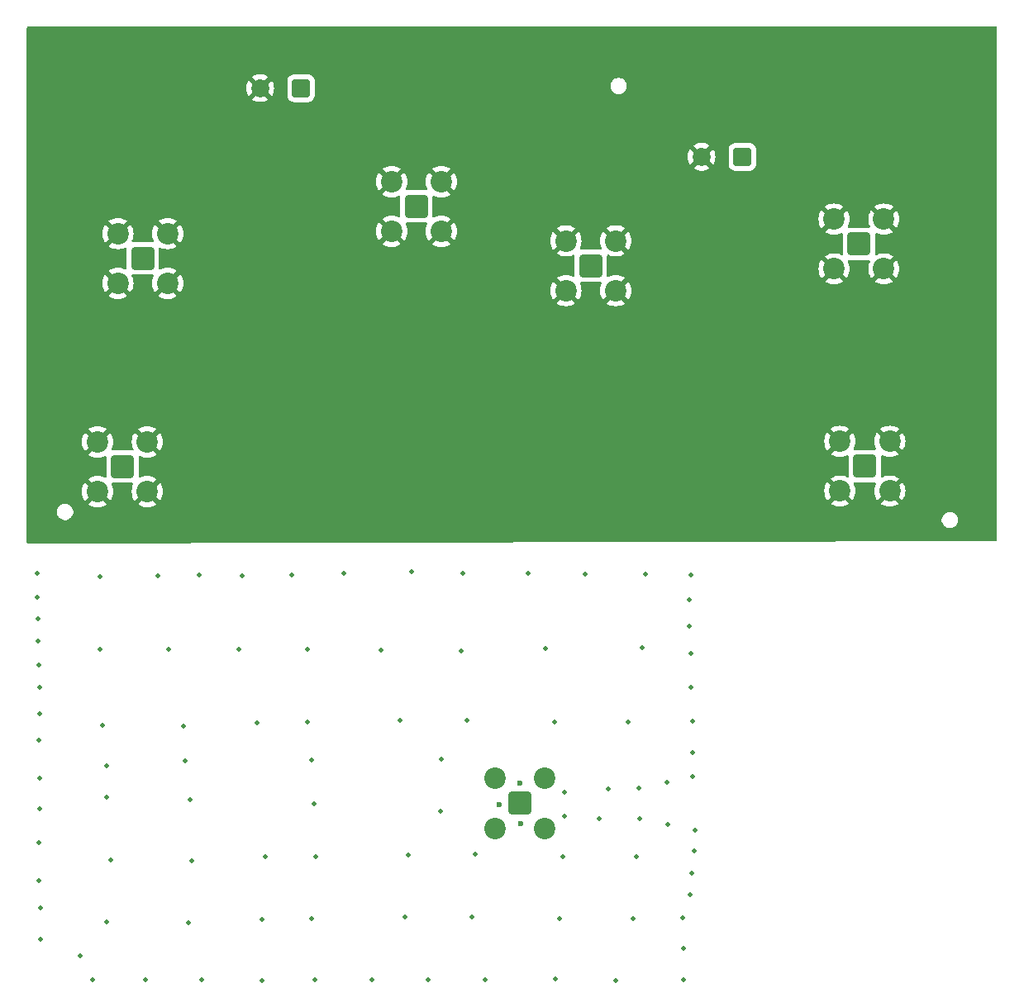
<source format=gbl>
G04 #@! TF.GenerationSoftware,KiCad,Pcbnew,8.0.8-8.0.8-0~ubuntu24.04.1*
G04 #@! TF.CreationDate,2025-01-18T17:04:26+01:00*
G04 #@! TF.ProjectId,rf_lna,72665f6c-6e61-42e6-9b69-6361645f7063,rev?*
G04 #@! TF.SameCoordinates,Original*
G04 #@! TF.FileFunction,Copper,L4,Bot*
G04 #@! TF.FilePolarity,Positive*
%FSLAX46Y46*%
G04 Gerber Fmt 4.6, Leading zero omitted, Abs format (unit mm)*
G04 Created by KiCad (PCBNEW 8.0.8-8.0.8-0~ubuntu24.04.1) date 2025-01-18 17:04:26*
%MOMM*%
%LPD*%
G01*
G04 APERTURE LIST*
G04 Aperture macros list*
%AMRoundRect*
0 Rectangle with rounded corners*
0 $1 Rounding radius*
0 $2 $3 $4 $5 $6 $7 $8 $9 X,Y pos of 4 corners*
0 Add a 4 corners polygon primitive as box body*
4,1,4,$2,$3,$4,$5,$6,$7,$8,$9,$2,$3,0*
0 Add four circle primitives for the rounded corners*
1,1,$1+$1,$2,$3*
1,1,$1+$1,$4,$5*
1,1,$1+$1,$6,$7*
1,1,$1+$1,$8,$9*
0 Add four rect primitives between the rounded corners*
20,1,$1+$1,$2,$3,$4,$5,0*
20,1,$1+$1,$4,$5,$6,$7,0*
20,1,$1+$1,$6,$7,$8,$9,0*
20,1,$1+$1,$8,$9,$2,$3,0*%
G04 Aperture macros list end*
G04 #@! TA.AperFunction,ComponentPad*
%ADD10RoundRect,0.200100X-0.949900X-0.949900X0.949900X-0.949900X0.949900X0.949900X-0.949900X0.949900X0*%
G04 #@! TD*
G04 #@! TA.AperFunction,ComponentPad*
%ADD11C,2.200000*%
G04 #@! TD*
G04 #@! TA.AperFunction,ComponentPad*
%ADD12RoundRect,0.250000X0.675000X0.675000X-0.675000X0.675000X-0.675000X-0.675000X0.675000X-0.675000X0*%
G04 #@! TD*
G04 #@! TA.AperFunction,ComponentPad*
%ADD13C,1.850000*%
G04 #@! TD*
G04 #@! TA.AperFunction,ComponentPad*
%ADD14RoundRect,0.200100X0.949900X0.949900X-0.949900X0.949900X-0.949900X-0.949900X0.949900X-0.949900X0*%
G04 #@! TD*
G04 #@! TA.AperFunction,ViaPad*
%ADD15C,0.500000*%
G04 #@! TD*
G04 #@! TA.AperFunction,ViaPad*
%ADD16C,0.600000*%
G04 #@! TD*
G04 APERTURE END LIST*
D10*
X136150000Y-95350000D03*
D11*
X133600000Y-92800000D03*
X133600000Y-97900000D03*
X138700000Y-92800000D03*
X138700000Y-97900000D03*
D12*
X123612500Y-63640000D03*
D13*
X119412500Y-63640000D03*
D14*
X60100000Y-95400000D03*
D11*
X62650000Y-97950000D03*
X62650000Y-92850000D03*
X57550000Y-97950000D03*
X57550000Y-92850000D03*
D14*
X108075000Y-74800000D03*
D11*
X110625000Y-77350000D03*
X110625000Y-72250000D03*
X105525000Y-77350000D03*
X105525000Y-72250000D03*
D14*
X62175000Y-74050000D03*
D11*
X64725000Y-76600000D03*
X64725000Y-71500000D03*
X59625000Y-76600000D03*
X59625000Y-71500000D03*
D14*
X100825000Y-129900000D03*
D11*
X103375000Y-132450000D03*
X103375000Y-127350000D03*
X98275000Y-132450000D03*
X98275000Y-127350000D03*
D12*
X78400000Y-56600000D03*
D13*
X74200000Y-56600000D03*
D10*
X135550000Y-72575000D03*
D11*
X133000000Y-70025000D03*
X133000000Y-75125000D03*
X138100000Y-70025000D03*
X138100000Y-75125000D03*
D10*
X90220000Y-68730000D03*
D11*
X87670000Y-66180000D03*
X87670000Y-71280000D03*
X92770000Y-66180000D03*
X92770000Y-71280000D03*
D15*
X72270000Y-61230000D03*
X71560000Y-72930000D03*
X51450000Y-110960000D03*
X117540000Y-148010000D03*
X79750000Y-66650000D03*
X57780000Y-106670000D03*
X116290000Y-67630000D03*
X74200000Y-67550000D03*
X115950000Y-132050000D03*
X81950000Y-58950000D03*
X66380000Y-121990000D03*
X72766666Y-96650000D03*
X75450000Y-80250000D03*
X77950000Y-77250000D03*
X117100000Y-94150000D03*
X118640000Y-134760000D03*
X79750000Y-71490000D03*
X118190000Y-111730000D03*
X117790000Y-64780000D03*
X76900000Y-75850000D03*
X104433333Y-96650000D03*
X73700000Y-63800000D03*
X92660000Y-130700000D03*
X51580000Y-127300000D03*
X112400000Y-141730000D03*
X80950000Y-69850000D03*
X117510000Y-141640000D03*
X93810000Y-73370000D03*
X83250000Y-69820000D03*
X118990000Y-75940000D03*
D16*
X100830000Y-127810000D03*
D15*
X79020000Y-121570000D03*
X76880000Y-72050000D03*
X121720000Y-75980000D03*
X91370000Y-148010000D03*
X113310000Y-113980000D03*
X79650000Y-67550000D03*
X73350000Y-67660000D03*
X79840000Y-148010000D03*
X126400000Y-67600000D03*
X80850000Y-64500000D03*
X118440000Y-137060000D03*
X51660000Y-143810000D03*
X71710000Y-71890000D03*
X76900000Y-74250000D03*
X104490000Y-147890000D03*
X103470000Y-114050000D03*
X97230000Y-148010000D03*
X108720000Y-71360000D03*
X125400000Y-80850000D03*
X129090000Y-73820000D03*
X125700000Y-77150000D03*
X72280000Y-60080000D03*
X74390000Y-141800000D03*
X94820000Y-67370000D03*
X117600000Y-75930000D03*
X89000000Y-141590000D03*
X121300000Y-72550000D03*
X71180000Y-69560000D03*
X139830000Y-76820000D03*
X51480000Y-113270000D03*
X71400000Y-75250000D03*
X79850000Y-69950000D03*
X96240000Y-135130000D03*
X131080000Y-76320000D03*
X122680000Y-75990000D03*
X66520000Y-125570000D03*
X131040000Y-71170000D03*
X98100000Y-96650000D03*
X118330000Y-114550000D03*
X118960000Y-69410000D03*
X123180000Y-70930000D03*
X139030000Y-71800000D03*
X74390000Y-148070000D03*
X88510000Y-121430000D03*
X76850000Y-69950000D03*
X112700000Y-70790000D03*
X77250000Y-63700000D03*
X79510000Y-141730000D03*
X136480000Y-76880000D03*
X76140000Y-55470000D03*
X118470000Y-121500000D03*
X70400000Y-72900000D03*
X66433333Y-96650000D03*
X85433333Y-96650000D03*
X89350000Y-135200000D03*
X129766666Y-96650000D03*
X58510000Y-142080000D03*
X116290000Y-73580000D03*
D16*
X100930000Y-131980000D03*
D15*
X125200000Y-76150000D03*
X69090000Y-75190000D03*
X72550000Y-66600000D03*
X109880000Y-128430000D03*
X89630000Y-65320000D03*
X122170000Y-77990000D03*
X140130000Y-68270000D03*
X132140000Y-77180000D03*
X80850000Y-65500000D03*
X78650000Y-79100000D03*
X110766666Y-94150000D03*
X51560000Y-137810000D03*
X67010000Y-129510000D03*
X103520000Y-73590000D03*
X94760000Y-114270000D03*
X51540000Y-115700000D03*
X108930000Y-131500000D03*
X85630000Y-148010000D03*
X105420000Y-131190000D03*
X63700000Y-106600000D03*
X126470000Y-69430000D03*
X72766666Y-94150000D03*
X94990000Y-106340000D03*
X118200000Y-109040000D03*
X114010000Y-76010000D03*
X89720000Y-106130000D03*
X126150000Y-64650000D03*
X98100000Y-94150000D03*
X125580000Y-71620000D03*
X51400000Y-106360000D03*
X94710000Y-64890000D03*
X118880000Y-73570000D03*
X107640000Y-71540000D03*
X113680000Y-106410000D03*
X108790000Y-78180000D03*
X77430000Y-106480000D03*
X79100000Y-96650000D03*
X55760000Y-145510000D03*
X58440000Y-126070000D03*
X89580000Y-72120000D03*
X51580000Y-120710000D03*
X118780000Y-132680000D03*
X107450000Y-78320000D03*
X66870000Y-142150000D03*
X76190000Y-57660000D03*
X117100000Y-96650000D03*
X115850000Y-127790000D03*
X95400000Y-121360000D03*
X104433333Y-94150000D03*
X83520000Y-67640000D03*
X121020000Y-62360000D03*
X115060000Y-76010000D03*
X80850000Y-63600000D03*
X91000000Y-72190000D03*
X113050000Y-131460000D03*
X72340000Y-106600000D03*
X85433333Y-94150000D03*
X123433333Y-94150000D03*
X117970000Y-69370000D03*
X81420000Y-67610000D03*
X105030000Y-75240000D03*
X91766666Y-96650000D03*
X79820000Y-73770000D03*
X134970000Y-76010000D03*
X79860000Y-135340000D03*
X111910000Y-121570000D03*
X80950000Y-57700000D03*
X118470000Y-124660000D03*
X101670000Y-106340000D03*
X72160000Y-57840000D03*
X104880000Y-141730000D03*
X68250000Y-147960000D03*
X105230000Y-135340000D03*
X112970000Y-128360000D03*
X58860000Y-135690000D03*
X121020000Y-64870000D03*
X85510000Y-71190000D03*
X74740000Y-135410000D03*
X74290000Y-79270000D03*
X126950000Y-79900000D03*
X67220000Y-135760000D03*
X62440000Y-147960000D03*
X51400000Y-108780000D03*
X134630000Y-69020000D03*
X125150000Y-73850000D03*
X51580000Y-117980000D03*
X66433333Y-94150000D03*
X77250000Y-80300000D03*
X85660000Y-64930000D03*
X67940000Y-106530000D03*
X51610000Y-130490000D03*
X79100000Y-94150000D03*
X72000000Y-114120000D03*
X57030000Y-148010000D03*
X51660000Y-140640000D03*
X129800000Y-71390000D03*
X110640000Y-148070000D03*
X85610000Y-67640000D03*
X86610000Y-114200000D03*
X74450000Y-66550000D03*
X91766666Y-94150000D03*
X74150000Y-75200000D03*
X125750000Y-70800000D03*
X51530000Y-123440000D03*
X123433333Y-96650000D03*
X79730000Y-129930000D03*
X72210000Y-55440000D03*
X64830000Y-114120000D03*
X123950000Y-80850000D03*
X112750000Y-135340000D03*
X58020000Y-121920000D03*
X95890000Y-141520000D03*
X78510000Y-75000000D03*
X84280000Y-69820000D03*
X82770000Y-106340000D03*
X73900000Y-121640000D03*
X118270000Y-139230000D03*
X121450000Y-73600000D03*
X51560000Y-133910000D03*
X113100000Y-73580000D03*
X104390000Y-121570000D03*
X79020000Y-114120000D03*
X117590000Y-144750000D03*
X77350000Y-65350000D03*
X120710000Y-69440000D03*
X57810000Y-114120000D03*
X79450000Y-125430000D03*
X92800000Y-125360000D03*
X117880000Y-62280000D03*
X118330000Y-117990000D03*
X74160000Y-77210000D03*
D16*
X98650000Y-130010000D03*
D15*
X126230000Y-73820000D03*
X118500000Y-127150000D03*
X68210000Y-75220000D03*
X126550000Y-78250000D03*
X58510000Y-129230000D03*
X110766666Y-96650000D03*
X130100000Y-65700000D03*
X68520000Y-72900000D03*
X122170000Y-80090000D03*
X107520000Y-106410000D03*
X103550000Y-70960000D03*
X125190000Y-75110000D03*
X66790000Y-72930000D03*
X131090000Y-68650000D03*
X129766666Y-94150000D03*
X118310000Y-106520000D03*
X105400000Y-128740000D03*
X139860000Y-73270000D03*
X127610000Y-71380000D03*
X75290000Y-58910000D03*
G04 #@! TA.AperFunction,Conductor*
G36*
X149642539Y-50320185D02*
G01*
X149688294Y-50372989D01*
X149699500Y-50424500D01*
X149699500Y-102916504D01*
X149679815Y-102983543D01*
X149627011Y-103029298D01*
X149575755Y-103040504D01*
X50424755Y-103244488D01*
X50357675Y-103224941D01*
X50311812Y-103172231D01*
X50300500Y-103120488D01*
X50300500Y-100951799D01*
X144029499Y-100951799D01*
X144061414Y-101112242D01*
X144061416Y-101112248D01*
X144124019Y-101263386D01*
X144124024Y-101263395D01*
X144214908Y-101399412D01*
X144214911Y-101399416D01*
X144330583Y-101515088D01*
X144330587Y-101515091D01*
X144466604Y-101605975D01*
X144466610Y-101605978D01*
X144466611Y-101605979D01*
X144617752Y-101668584D01*
X144617756Y-101668584D01*
X144617757Y-101668585D01*
X144778200Y-101700500D01*
X144778203Y-101700500D01*
X144941799Y-101700500D01*
X145049742Y-101679028D01*
X145102248Y-101668584D01*
X145253389Y-101605979D01*
X145389413Y-101515091D01*
X145505091Y-101399413D01*
X145595979Y-101263389D01*
X145658584Y-101112248D01*
X145690500Y-100951797D01*
X145690500Y-100788203D01*
X145690500Y-100788200D01*
X145658585Y-100627757D01*
X145658584Y-100627756D01*
X145658584Y-100627752D01*
X145595979Y-100476611D01*
X145595978Y-100476610D01*
X145595975Y-100476604D01*
X145505091Y-100340587D01*
X145505088Y-100340583D01*
X145389416Y-100224911D01*
X145389412Y-100224908D01*
X145253395Y-100134024D01*
X145253386Y-100134019D01*
X145102248Y-100071416D01*
X145102242Y-100071414D01*
X144941799Y-100039500D01*
X144941797Y-100039500D01*
X144778203Y-100039500D01*
X144778201Y-100039500D01*
X144617757Y-100071414D01*
X144617751Y-100071416D01*
X144466613Y-100134019D01*
X144466604Y-100134024D01*
X144330587Y-100224908D01*
X144330583Y-100224911D01*
X144214911Y-100340583D01*
X144214908Y-100340587D01*
X144124024Y-100476604D01*
X144124019Y-100476613D01*
X144061416Y-100627751D01*
X144061414Y-100627757D01*
X144029500Y-100788200D01*
X144029500Y-100788203D01*
X144029500Y-100951797D01*
X144029500Y-100951799D01*
X144029499Y-100951799D01*
X50300500Y-100951799D01*
X50300500Y-100121799D01*
X53389499Y-100121799D01*
X53421414Y-100282242D01*
X53421416Y-100282248D01*
X53484019Y-100433386D01*
X53484024Y-100433395D01*
X53574908Y-100569412D01*
X53574911Y-100569416D01*
X53690583Y-100685088D01*
X53690587Y-100685091D01*
X53826604Y-100775975D01*
X53826610Y-100775978D01*
X53826611Y-100775979D01*
X53977752Y-100838584D01*
X53977756Y-100838584D01*
X53977757Y-100838585D01*
X54138200Y-100870500D01*
X54138203Y-100870500D01*
X54301799Y-100870500D01*
X54409742Y-100849028D01*
X54462248Y-100838584D01*
X54613389Y-100775979D01*
X54749413Y-100685091D01*
X54865091Y-100569413D01*
X54955979Y-100433389D01*
X55018584Y-100282248D01*
X55048068Y-100134024D01*
X55050500Y-100121799D01*
X55050500Y-99958200D01*
X55018585Y-99797757D01*
X55018584Y-99797756D01*
X55018584Y-99797752D01*
X54955979Y-99646611D01*
X54955978Y-99646610D01*
X54955975Y-99646604D01*
X54865091Y-99510587D01*
X54865088Y-99510583D01*
X54749416Y-99394911D01*
X54749412Y-99394908D01*
X54613395Y-99304024D01*
X54613386Y-99304019D01*
X54462248Y-99241416D01*
X54462242Y-99241414D01*
X54301799Y-99209500D01*
X54301797Y-99209500D01*
X54138203Y-99209500D01*
X54138201Y-99209500D01*
X53977757Y-99241414D01*
X53977751Y-99241416D01*
X53826613Y-99304019D01*
X53826604Y-99304024D01*
X53690587Y-99394908D01*
X53690583Y-99394911D01*
X53574911Y-99510583D01*
X53574908Y-99510587D01*
X53484024Y-99646604D01*
X53484019Y-99646613D01*
X53421416Y-99797751D01*
X53421414Y-99797757D01*
X53389500Y-99958200D01*
X53389500Y-99958203D01*
X53389500Y-100121797D01*
X53389500Y-100121799D01*
X53389499Y-100121799D01*
X50300500Y-100121799D01*
X50300500Y-92850000D01*
X55945052Y-92850000D01*
X55964812Y-93101072D01*
X56023603Y-93345956D01*
X56119980Y-93578631D01*
X56251568Y-93793362D01*
X56252266Y-93794179D01*
X56910689Y-93135755D01*
X56929668Y-93181574D01*
X57006274Y-93296224D01*
X57103776Y-93393726D01*
X57218426Y-93470332D01*
X57264242Y-93489309D01*
X56605819Y-94147732D01*
X56605819Y-94147733D01*
X56606634Y-94148429D01*
X56821368Y-94280019D01*
X57054043Y-94376396D01*
X57298927Y-94435187D01*
X57550000Y-94454947D01*
X57801072Y-94435187D01*
X58045956Y-94376396D01*
X58278047Y-94280261D01*
X58347516Y-94272792D01*
X58409996Y-94304067D01*
X58445648Y-94364156D01*
X58449500Y-94394822D01*
X58449500Y-96405177D01*
X58429815Y-96472216D01*
X58377011Y-96517971D01*
X58307853Y-96527915D01*
X58278048Y-96519738D01*
X58045959Y-96423604D01*
X57801072Y-96364812D01*
X57550000Y-96345052D01*
X57298927Y-96364812D01*
X57054043Y-96423603D01*
X56821368Y-96519980D01*
X56606637Y-96651567D01*
X56605818Y-96652266D01*
X57264243Y-97310690D01*
X57218426Y-97329668D01*
X57103776Y-97406274D01*
X57006274Y-97503776D01*
X56929668Y-97618426D01*
X56910690Y-97664242D01*
X56252266Y-97005818D01*
X56251567Y-97006637D01*
X56119980Y-97221368D01*
X56023603Y-97454043D01*
X55964812Y-97698927D01*
X55945052Y-97950000D01*
X55964812Y-98201072D01*
X56023603Y-98445956D01*
X56119980Y-98678631D01*
X56251568Y-98893362D01*
X56252266Y-98894179D01*
X56910689Y-98235755D01*
X56929668Y-98281574D01*
X57006274Y-98396224D01*
X57103776Y-98493726D01*
X57218426Y-98570332D01*
X57264242Y-98589309D01*
X56605819Y-99247732D01*
X56605819Y-99247733D01*
X56606634Y-99248429D01*
X56821368Y-99380019D01*
X57054043Y-99476396D01*
X57298927Y-99535187D01*
X57550000Y-99554947D01*
X57801072Y-99535187D01*
X58045956Y-99476396D01*
X58278631Y-99380019D01*
X58493361Y-99248432D01*
X58493363Y-99248430D01*
X58494180Y-99247732D01*
X57835757Y-98589309D01*
X57881574Y-98570332D01*
X57996224Y-98493726D01*
X58093726Y-98396224D01*
X58170332Y-98281574D01*
X58189309Y-98235756D01*
X58847732Y-98894180D01*
X58848430Y-98893363D01*
X58848432Y-98893361D01*
X58980019Y-98678631D01*
X59076396Y-98445956D01*
X59135187Y-98201072D01*
X59154947Y-97950000D01*
X59135187Y-97698927D01*
X59076396Y-97454043D01*
X58980261Y-97221953D01*
X58972792Y-97152484D01*
X59004067Y-97090004D01*
X59064156Y-97054352D01*
X59094822Y-97050500D01*
X61105178Y-97050500D01*
X61172217Y-97070185D01*
X61217972Y-97122989D01*
X61227916Y-97192147D01*
X61219739Y-97221953D01*
X61123603Y-97454043D01*
X61064812Y-97698927D01*
X61045052Y-97950000D01*
X61064812Y-98201072D01*
X61123603Y-98445956D01*
X61219980Y-98678631D01*
X61351568Y-98893362D01*
X61352266Y-98894179D01*
X62010689Y-98235755D01*
X62029668Y-98281574D01*
X62106274Y-98396224D01*
X62203776Y-98493726D01*
X62318426Y-98570332D01*
X62364242Y-98589309D01*
X61705819Y-99247732D01*
X61705819Y-99247733D01*
X61706634Y-99248429D01*
X61921368Y-99380019D01*
X62154043Y-99476396D01*
X62398927Y-99535187D01*
X62650000Y-99554947D01*
X62901072Y-99535187D01*
X63145956Y-99476396D01*
X63378631Y-99380019D01*
X63593361Y-99248432D01*
X63593363Y-99248430D01*
X63594180Y-99247732D01*
X62935757Y-98589309D01*
X62981574Y-98570332D01*
X63096224Y-98493726D01*
X63193726Y-98396224D01*
X63270332Y-98281574D01*
X63289309Y-98235757D01*
X63947732Y-98894180D01*
X63948430Y-98893363D01*
X63948432Y-98893361D01*
X64080019Y-98678631D01*
X64176396Y-98445956D01*
X64235187Y-98201072D01*
X64254947Y-97950000D01*
X64235187Y-97698927D01*
X64176396Y-97454043D01*
X64080019Y-97221368D01*
X63948429Y-97006634D01*
X63947733Y-97005819D01*
X63947732Y-97005819D01*
X63289309Y-97664242D01*
X63270332Y-97618426D01*
X63193726Y-97503776D01*
X63096224Y-97406274D01*
X62981574Y-97329668D01*
X62935755Y-97310689D01*
X63594179Y-96652266D01*
X63593362Y-96651568D01*
X63378631Y-96519980D01*
X63145956Y-96423603D01*
X62901072Y-96364812D01*
X62650000Y-96345052D01*
X62398927Y-96364812D01*
X62154041Y-96423604D01*
X62154039Y-96423604D01*
X61921952Y-96519738D01*
X61852483Y-96527207D01*
X61790004Y-96495932D01*
X61754352Y-96435843D01*
X61750500Y-96405177D01*
X61750500Y-94394822D01*
X61770185Y-94327783D01*
X61822989Y-94282028D01*
X61892147Y-94272084D01*
X61921953Y-94280261D01*
X62154043Y-94376396D01*
X62398927Y-94435187D01*
X62650000Y-94454947D01*
X62901072Y-94435187D01*
X63145956Y-94376396D01*
X63378631Y-94280019D01*
X63593361Y-94148432D01*
X63593363Y-94148430D01*
X63594180Y-94147732D01*
X62935756Y-93489309D01*
X62981574Y-93470332D01*
X63096224Y-93393726D01*
X63193726Y-93296224D01*
X63270332Y-93181574D01*
X63289309Y-93135757D01*
X63947732Y-93794180D01*
X63948430Y-93793363D01*
X63948432Y-93793361D01*
X64080019Y-93578631D01*
X64176396Y-93345956D01*
X64235187Y-93101072D01*
X64254947Y-92850000D01*
X64251012Y-92800000D01*
X131995052Y-92800000D01*
X132014812Y-93051072D01*
X132073603Y-93295956D01*
X132169980Y-93528631D01*
X132301568Y-93743362D01*
X132302266Y-93744179D01*
X132960689Y-93085755D01*
X132979668Y-93131574D01*
X133056274Y-93246224D01*
X133153776Y-93343726D01*
X133268426Y-93420332D01*
X133314242Y-93439309D01*
X132655819Y-94097732D01*
X132655819Y-94097733D01*
X132656634Y-94098429D01*
X132871368Y-94230019D01*
X133104043Y-94326396D01*
X133348927Y-94385187D01*
X133600000Y-94404947D01*
X133851072Y-94385187D01*
X134095956Y-94326396D01*
X134328047Y-94230261D01*
X134397516Y-94222792D01*
X134459996Y-94254067D01*
X134495648Y-94314156D01*
X134499500Y-94344822D01*
X134499500Y-96355177D01*
X134479815Y-96422216D01*
X134427011Y-96467971D01*
X134357853Y-96477915D01*
X134328048Y-96469738D01*
X134095959Y-96373604D01*
X133851072Y-96314812D01*
X133600000Y-96295052D01*
X133348927Y-96314812D01*
X133104043Y-96373603D01*
X132871368Y-96469980D01*
X132656637Y-96601567D01*
X132655818Y-96602266D01*
X133314243Y-97260690D01*
X133268426Y-97279668D01*
X133153776Y-97356274D01*
X133056274Y-97453776D01*
X132979668Y-97568426D01*
X132960690Y-97614242D01*
X132302266Y-96955818D01*
X132301567Y-96956637D01*
X132169980Y-97171368D01*
X132073603Y-97404043D01*
X132014812Y-97648927D01*
X131995052Y-97900000D01*
X132014812Y-98151072D01*
X132073603Y-98395956D01*
X132169980Y-98628631D01*
X132301568Y-98843362D01*
X132302266Y-98844179D01*
X132960689Y-98185755D01*
X132979668Y-98231574D01*
X133056274Y-98346224D01*
X133153776Y-98443726D01*
X133268426Y-98520332D01*
X133314242Y-98539309D01*
X132655819Y-99197732D01*
X132655819Y-99197733D01*
X132656634Y-99198429D01*
X132871368Y-99330019D01*
X133104043Y-99426396D01*
X133348927Y-99485187D01*
X133600000Y-99504947D01*
X133851072Y-99485187D01*
X134095956Y-99426396D01*
X134328631Y-99330019D01*
X134543361Y-99198432D01*
X134543363Y-99198430D01*
X134544180Y-99197732D01*
X133885757Y-98539309D01*
X133931574Y-98520332D01*
X134046224Y-98443726D01*
X134143726Y-98346224D01*
X134220332Y-98231574D01*
X134239309Y-98185756D01*
X134897732Y-98844180D01*
X134898430Y-98843363D01*
X134898432Y-98843361D01*
X135030019Y-98628631D01*
X135126396Y-98395956D01*
X135185187Y-98151072D01*
X135204947Y-97900000D01*
X135185187Y-97648927D01*
X135126396Y-97404043D01*
X135030261Y-97171953D01*
X135022792Y-97102484D01*
X135054067Y-97040004D01*
X135114156Y-97004352D01*
X135144822Y-97000500D01*
X137155178Y-97000500D01*
X137222217Y-97020185D01*
X137267972Y-97072989D01*
X137277916Y-97142147D01*
X137269739Y-97171953D01*
X137173603Y-97404043D01*
X137114812Y-97648927D01*
X137095052Y-97900000D01*
X137114812Y-98151072D01*
X137173603Y-98395956D01*
X137269980Y-98628631D01*
X137401568Y-98843362D01*
X137402266Y-98844179D01*
X138060689Y-98185755D01*
X138079668Y-98231574D01*
X138156274Y-98346224D01*
X138253776Y-98443726D01*
X138368426Y-98520332D01*
X138414242Y-98539309D01*
X137755819Y-99197732D01*
X137755819Y-99197733D01*
X137756634Y-99198429D01*
X137971368Y-99330019D01*
X138204043Y-99426396D01*
X138448927Y-99485187D01*
X138700000Y-99504947D01*
X138951072Y-99485187D01*
X139195956Y-99426396D01*
X139428631Y-99330019D01*
X139643361Y-99198432D01*
X139643363Y-99198430D01*
X139644180Y-99197732D01*
X138985757Y-98539309D01*
X139031574Y-98520332D01*
X139146224Y-98443726D01*
X139243726Y-98346224D01*
X139320332Y-98231574D01*
X139339309Y-98185757D01*
X139997732Y-98844180D01*
X139998430Y-98843363D01*
X139998432Y-98843361D01*
X140130019Y-98628631D01*
X140226396Y-98395956D01*
X140285187Y-98151072D01*
X140304947Y-97900000D01*
X140285187Y-97648927D01*
X140226396Y-97404043D01*
X140130019Y-97171368D01*
X139998429Y-96956634D01*
X139997733Y-96955819D01*
X139997732Y-96955819D01*
X139339309Y-97614242D01*
X139320332Y-97568426D01*
X139243726Y-97453776D01*
X139146224Y-97356274D01*
X139031574Y-97279668D01*
X138985755Y-97260689D01*
X139644179Y-96602266D01*
X139643362Y-96601568D01*
X139428631Y-96469980D01*
X139195956Y-96373603D01*
X138951072Y-96314812D01*
X138700000Y-96295052D01*
X138448927Y-96314812D01*
X138204041Y-96373604D01*
X138204039Y-96373604D01*
X137971952Y-96469738D01*
X137902483Y-96477207D01*
X137840004Y-96445932D01*
X137804352Y-96385843D01*
X137800500Y-96355177D01*
X137800500Y-94344822D01*
X137820185Y-94277783D01*
X137872989Y-94232028D01*
X137942147Y-94222084D01*
X137971953Y-94230261D01*
X138204043Y-94326396D01*
X138448927Y-94385187D01*
X138700000Y-94404947D01*
X138951072Y-94385187D01*
X139195956Y-94326396D01*
X139428631Y-94230019D01*
X139643361Y-94098432D01*
X139643363Y-94098430D01*
X139644180Y-94097732D01*
X138985756Y-93439309D01*
X139031574Y-93420332D01*
X139146224Y-93343726D01*
X139243726Y-93246224D01*
X139320332Y-93131574D01*
X139339309Y-93085757D01*
X139997732Y-93744180D01*
X139998430Y-93743363D01*
X139998432Y-93743361D01*
X140130019Y-93528631D01*
X140226396Y-93295956D01*
X140285187Y-93051072D01*
X140304947Y-92800000D01*
X140285187Y-92548927D01*
X140226396Y-92304043D01*
X140130019Y-92071368D01*
X139998429Y-91856634D01*
X139997733Y-91855819D01*
X139997732Y-91855819D01*
X139339309Y-92514242D01*
X139320332Y-92468426D01*
X139243726Y-92353776D01*
X139146224Y-92256274D01*
X139031574Y-92179668D01*
X138985755Y-92160689D01*
X139644179Y-91502266D01*
X139643362Y-91501568D01*
X139428631Y-91369980D01*
X139195956Y-91273603D01*
X138951072Y-91214812D01*
X138700000Y-91195052D01*
X138448927Y-91214812D01*
X138204043Y-91273603D01*
X137971368Y-91369980D01*
X137756637Y-91501567D01*
X137755818Y-91502266D01*
X138414242Y-92160690D01*
X138368426Y-92179668D01*
X138253776Y-92256274D01*
X138156274Y-92353776D01*
X138079668Y-92468426D01*
X138060690Y-92514243D01*
X137402266Y-91855818D01*
X137401567Y-91856637D01*
X137269980Y-92071368D01*
X137173603Y-92304043D01*
X137114812Y-92548927D01*
X137095052Y-92800000D01*
X137114812Y-93051072D01*
X137173603Y-93295956D01*
X137269739Y-93528047D01*
X137277208Y-93597516D01*
X137245933Y-93659996D01*
X137185844Y-93695648D01*
X137155178Y-93699500D01*
X135144822Y-93699500D01*
X135077783Y-93679815D01*
X135032028Y-93627011D01*
X135022084Y-93557853D01*
X135030261Y-93528047D01*
X135126396Y-93295956D01*
X135185187Y-93051072D01*
X135204947Y-92800000D01*
X135185187Y-92548927D01*
X135126396Y-92304043D01*
X135030019Y-92071368D01*
X134898429Y-91856634D01*
X134897733Y-91855819D01*
X134897732Y-91855819D01*
X134239309Y-92514242D01*
X134220332Y-92468426D01*
X134143726Y-92353776D01*
X134046224Y-92256274D01*
X133931574Y-92179668D01*
X133885755Y-92160689D01*
X134544179Y-91502266D01*
X134543362Y-91501568D01*
X134328631Y-91369980D01*
X134095956Y-91273603D01*
X133851072Y-91214812D01*
X133600000Y-91195052D01*
X133348927Y-91214812D01*
X133104043Y-91273603D01*
X132871368Y-91369980D01*
X132656637Y-91501567D01*
X132655818Y-91502266D01*
X133314242Y-92160690D01*
X133268426Y-92179668D01*
X133153776Y-92256274D01*
X133056274Y-92353776D01*
X132979668Y-92468426D01*
X132960690Y-92514242D01*
X132302266Y-91855818D01*
X132301567Y-91856637D01*
X132169980Y-92071368D01*
X132073603Y-92304043D01*
X132014812Y-92548927D01*
X131995052Y-92800000D01*
X64251012Y-92800000D01*
X64235187Y-92598927D01*
X64176396Y-92354043D01*
X64080019Y-92121368D01*
X63948429Y-91906634D01*
X63947733Y-91905819D01*
X63947732Y-91905819D01*
X63289309Y-92564242D01*
X63270332Y-92518426D01*
X63193726Y-92403776D01*
X63096224Y-92306274D01*
X62981574Y-92229668D01*
X62935755Y-92210689D01*
X63594179Y-91552266D01*
X63593362Y-91551568D01*
X63378631Y-91419980D01*
X63145956Y-91323603D01*
X62901072Y-91264812D01*
X62650000Y-91245052D01*
X62398927Y-91264812D01*
X62154043Y-91323603D01*
X61921368Y-91419980D01*
X61706637Y-91551567D01*
X61705818Y-91552266D01*
X62364242Y-92210690D01*
X62318426Y-92229668D01*
X62203776Y-92306274D01*
X62106274Y-92403776D01*
X62029668Y-92518426D01*
X62010690Y-92564243D01*
X61352266Y-91905818D01*
X61351567Y-91906637D01*
X61219980Y-92121368D01*
X61123603Y-92354043D01*
X61064812Y-92598927D01*
X61045052Y-92850000D01*
X61064812Y-93101072D01*
X61123603Y-93345956D01*
X61219739Y-93578047D01*
X61227208Y-93647516D01*
X61195933Y-93709996D01*
X61135844Y-93745648D01*
X61105178Y-93749500D01*
X59094822Y-93749500D01*
X59027783Y-93729815D01*
X58982028Y-93677011D01*
X58972084Y-93607853D01*
X58980261Y-93578047D01*
X59076396Y-93345956D01*
X59135187Y-93101072D01*
X59154947Y-92850000D01*
X59135187Y-92598927D01*
X59076396Y-92354043D01*
X58980019Y-92121368D01*
X58848429Y-91906634D01*
X58847733Y-91905819D01*
X58847732Y-91905819D01*
X58189309Y-92564242D01*
X58170332Y-92518426D01*
X58093726Y-92403776D01*
X57996224Y-92306274D01*
X57881574Y-92229668D01*
X57835755Y-92210689D01*
X58494179Y-91552266D01*
X58493362Y-91551568D01*
X58278631Y-91419980D01*
X58045956Y-91323603D01*
X57801072Y-91264812D01*
X57550000Y-91245052D01*
X57298927Y-91264812D01*
X57054043Y-91323603D01*
X56821368Y-91419980D01*
X56606637Y-91551567D01*
X56605818Y-91552266D01*
X57264242Y-92210690D01*
X57218426Y-92229668D01*
X57103776Y-92306274D01*
X57006274Y-92403776D01*
X56929668Y-92518426D01*
X56910690Y-92564242D01*
X56252266Y-91905818D01*
X56251567Y-91906637D01*
X56119980Y-92121368D01*
X56023603Y-92354043D01*
X55964812Y-92598927D01*
X55945052Y-92850000D01*
X50300500Y-92850000D01*
X50300500Y-71500000D01*
X58020052Y-71500000D01*
X58039812Y-71751072D01*
X58098603Y-71995956D01*
X58194980Y-72228631D01*
X58326568Y-72443362D01*
X58327266Y-72444179D01*
X58985689Y-71785755D01*
X59004668Y-71831574D01*
X59081274Y-71946224D01*
X59178776Y-72043726D01*
X59293426Y-72120332D01*
X59339242Y-72139309D01*
X58680819Y-72797732D01*
X58680819Y-72797733D01*
X58681634Y-72798429D01*
X58896368Y-72930019D01*
X59129043Y-73026396D01*
X59373927Y-73085187D01*
X59625000Y-73104947D01*
X59876072Y-73085187D01*
X60120956Y-73026396D01*
X60353047Y-72930261D01*
X60422516Y-72922792D01*
X60484996Y-72954067D01*
X60520648Y-73014156D01*
X60524500Y-73044822D01*
X60524500Y-75055177D01*
X60504815Y-75122216D01*
X60452011Y-75167971D01*
X60382853Y-75177915D01*
X60353048Y-75169738D01*
X60120959Y-75073604D01*
X59876072Y-75014812D01*
X59625000Y-74995052D01*
X59373927Y-75014812D01*
X59129043Y-75073603D01*
X58896368Y-75169980D01*
X58681637Y-75301567D01*
X58680818Y-75302266D01*
X59339243Y-75960690D01*
X59293426Y-75979668D01*
X59178776Y-76056274D01*
X59081274Y-76153776D01*
X59004668Y-76268426D01*
X58985690Y-76314242D01*
X58327266Y-75655818D01*
X58326567Y-75656637D01*
X58194980Y-75871368D01*
X58098603Y-76104043D01*
X58039812Y-76348927D01*
X58020052Y-76600000D01*
X58039812Y-76851072D01*
X58098603Y-77095956D01*
X58194980Y-77328631D01*
X58326568Y-77543362D01*
X58327266Y-77544179D01*
X58985689Y-76885755D01*
X59004668Y-76931574D01*
X59081274Y-77046224D01*
X59178776Y-77143726D01*
X59293426Y-77220332D01*
X59339242Y-77239309D01*
X58680819Y-77897732D01*
X58680819Y-77897733D01*
X58681634Y-77898429D01*
X58896368Y-78030019D01*
X59129043Y-78126396D01*
X59373927Y-78185187D01*
X59625000Y-78204947D01*
X59876072Y-78185187D01*
X60120956Y-78126396D01*
X60353631Y-78030019D01*
X60568361Y-77898432D01*
X60568363Y-77898430D01*
X60569180Y-77897732D01*
X59910757Y-77239309D01*
X59956574Y-77220332D01*
X60071224Y-77143726D01*
X60168726Y-77046224D01*
X60245332Y-76931574D01*
X60264309Y-76885756D01*
X60922732Y-77544180D01*
X60923430Y-77543363D01*
X60923432Y-77543361D01*
X61055019Y-77328631D01*
X61151396Y-77095956D01*
X61210187Y-76851072D01*
X61229947Y-76600000D01*
X61210187Y-76348927D01*
X61151396Y-76104043D01*
X61055261Y-75871953D01*
X61047792Y-75802484D01*
X61079067Y-75740004D01*
X61139156Y-75704352D01*
X61169822Y-75700500D01*
X63180178Y-75700500D01*
X63247217Y-75720185D01*
X63292972Y-75772989D01*
X63302916Y-75842147D01*
X63294739Y-75871953D01*
X63198603Y-76104043D01*
X63139812Y-76348927D01*
X63120052Y-76600000D01*
X63139812Y-76851072D01*
X63198603Y-77095956D01*
X63294980Y-77328631D01*
X63426568Y-77543362D01*
X63427266Y-77544179D01*
X64085689Y-76885755D01*
X64104668Y-76931574D01*
X64181274Y-77046224D01*
X64278776Y-77143726D01*
X64393426Y-77220332D01*
X64439242Y-77239309D01*
X63780819Y-77897732D01*
X63780819Y-77897733D01*
X63781634Y-77898429D01*
X63996368Y-78030019D01*
X64229043Y-78126396D01*
X64473927Y-78185187D01*
X64725000Y-78204947D01*
X64976072Y-78185187D01*
X65220956Y-78126396D01*
X65453631Y-78030019D01*
X65668361Y-77898432D01*
X65668363Y-77898430D01*
X65669180Y-77897732D01*
X65010757Y-77239309D01*
X65056574Y-77220332D01*
X65171224Y-77143726D01*
X65268726Y-77046224D01*
X65345332Y-76931574D01*
X65364309Y-76885757D01*
X66022732Y-77544180D01*
X66023430Y-77543363D01*
X66023432Y-77543361D01*
X66155019Y-77328631D01*
X66251396Y-77095956D01*
X66310187Y-76851072D01*
X66329947Y-76600000D01*
X66310187Y-76348927D01*
X66251396Y-76104043D01*
X66155019Y-75871368D01*
X66023429Y-75656634D01*
X66022733Y-75655819D01*
X66022732Y-75655819D01*
X65364309Y-76314242D01*
X65345332Y-76268426D01*
X65268726Y-76153776D01*
X65171224Y-76056274D01*
X65056574Y-75979668D01*
X65010755Y-75960689D01*
X65669179Y-75302266D01*
X65668362Y-75301568D01*
X65453631Y-75169980D01*
X65220956Y-75073603D01*
X64976072Y-75014812D01*
X64725000Y-74995052D01*
X64473927Y-75014812D01*
X64229041Y-75073604D01*
X64229039Y-75073604D01*
X63996952Y-75169738D01*
X63927483Y-75177207D01*
X63865004Y-75145932D01*
X63829352Y-75085843D01*
X63825500Y-75055177D01*
X63825500Y-73044822D01*
X63845185Y-72977783D01*
X63897989Y-72932028D01*
X63967147Y-72922084D01*
X63996953Y-72930261D01*
X64229043Y-73026396D01*
X64473927Y-73085187D01*
X64725000Y-73104947D01*
X64976072Y-73085187D01*
X65220956Y-73026396D01*
X65453631Y-72930019D01*
X65668361Y-72798432D01*
X65668363Y-72798430D01*
X65669180Y-72797732D01*
X65010756Y-72139309D01*
X65056574Y-72120332D01*
X65171224Y-72043726D01*
X65268726Y-71946224D01*
X65345332Y-71831574D01*
X65364309Y-71785757D01*
X66022732Y-72444180D01*
X66023430Y-72443363D01*
X66023432Y-72443361D01*
X66155019Y-72228631D01*
X66251396Y-71995956D01*
X66310187Y-71751072D01*
X66329947Y-71500000D01*
X66310187Y-71248927D01*
X66251396Y-71004043D01*
X66155019Y-70771368D01*
X66023429Y-70556634D01*
X66022733Y-70555819D01*
X66022732Y-70555819D01*
X65364309Y-71214242D01*
X65345332Y-71168426D01*
X65268726Y-71053776D01*
X65171224Y-70956274D01*
X65056574Y-70879668D01*
X65010755Y-70860689D01*
X65669179Y-70202266D01*
X65668362Y-70201568D01*
X65453631Y-70069980D01*
X65220956Y-69973603D01*
X64976072Y-69914812D01*
X64725000Y-69895052D01*
X64473927Y-69914812D01*
X64229043Y-69973603D01*
X63996368Y-70069980D01*
X63781637Y-70201567D01*
X63780818Y-70202266D01*
X64439242Y-70860690D01*
X64393426Y-70879668D01*
X64278776Y-70956274D01*
X64181274Y-71053776D01*
X64104668Y-71168426D01*
X64085690Y-71214243D01*
X63427266Y-70555818D01*
X63426567Y-70556637D01*
X63294980Y-70771368D01*
X63198603Y-71004043D01*
X63139812Y-71248927D01*
X63120052Y-71500000D01*
X63139812Y-71751072D01*
X63198603Y-71995956D01*
X63294739Y-72228047D01*
X63302208Y-72297516D01*
X63270933Y-72359996D01*
X63210844Y-72395648D01*
X63180178Y-72399500D01*
X61169822Y-72399500D01*
X61102783Y-72379815D01*
X61057028Y-72327011D01*
X61047084Y-72257853D01*
X61055261Y-72228047D01*
X61151396Y-71995956D01*
X61210187Y-71751072D01*
X61229947Y-71500000D01*
X61210187Y-71248927D01*
X61151396Y-71004043D01*
X61055019Y-70771368D01*
X60923429Y-70556634D01*
X60922733Y-70555819D01*
X60922732Y-70555819D01*
X60264309Y-71214242D01*
X60245332Y-71168426D01*
X60168726Y-71053776D01*
X60071224Y-70956274D01*
X59956574Y-70879668D01*
X59910755Y-70860689D01*
X60569179Y-70202266D01*
X60568362Y-70201568D01*
X60353631Y-70069980D01*
X60120956Y-69973603D01*
X59876072Y-69914812D01*
X59625000Y-69895052D01*
X59373927Y-69914812D01*
X59129043Y-69973603D01*
X58896368Y-70069980D01*
X58681637Y-70201567D01*
X58680818Y-70202266D01*
X59339242Y-70860690D01*
X59293426Y-70879668D01*
X59178776Y-70956274D01*
X59081274Y-71053776D01*
X59004668Y-71168426D01*
X58985690Y-71214242D01*
X58327266Y-70555818D01*
X58326567Y-70556637D01*
X58194980Y-70771368D01*
X58098603Y-71004043D01*
X58039812Y-71248927D01*
X58020052Y-71500000D01*
X50300500Y-71500000D01*
X50300500Y-66180000D01*
X86065052Y-66180000D01*
X86084812Y-66431072D01*
X86143603Y-66675956D01*
X86239980Y-66908631D01*
X86371568Y-67123362D01*
X86372266Y-67124179D01*
X87030689Y-66465755D01*
X87049668Y-66511574D01*
X87126274Y-66626224D01*
X87223776Y-66723726D01*
X87338426Y-66800332D01*
X87384242Y-66819309D01*
X86725819Y-67477732D01*
X86725819Y-67477733D01*
X86726634Y-67478429D01*
X86941368Y-67610019D01*
X87174043Y-67706396D01*
X87418927Y-67765187D01*
X87670000Y-67784947D01*
X87921072Y-67765187D01*
X88165956Y-67706396D01*
X88398047Y-67610261D01*
X88467516Y-67602792D01*
X88529996Y-67634067D01*
X88565648Y-67694156D01*
X88569500Y-67724822D01*
X88569500Y-69735177D01*
X88549815Y-69802216D01*
X88497011Y-69847971D01*
X88427853Y-69857915D01*
X88398048Y-69849738D01*
X88165959Y-69753604D01*
X87921072Y-69694812D01*
X87670000Y-69675052D01*
X87418927Y-69694812D01*
X87174043Y-69753603D01*
X86941368Y-69849980D01*
X86726637Y-69981567D01*
X86725818Y-69982266D01*
X87384243Y-70640690D01*
X87338426Y-70659668D01*
X87223776Y-70736274D01*
X87126274Y-70833776D01*
X87049668Y-70948426D01*
X87030690Y-70994242D01*
X86372266Y-70335818D01*
X86371567Y-70336637D01*
X86239980Y-70551368D01*
X86143603Y-70784043D01*
X86084812Y-71028927D01*
X86065052Y-71280000D01*
X86084812Y-71531072D01*
X86143603Y-71775956D01*
X86239980Y-72008631D01*
X86371568Y-72223362D01*
X86372266Y-72224179D01*
X87030689Y-71565755D01*
X87049668Y-71611574D01*
X87126274Y-71726224D01*
X87223776Y-71823726D01*
X87338426Y-71900332D01*
X87384242Y-71919309D01*
X86725819Y-72577732D01*
X86725819Y-72577733D01*
X86726634Y-72578429D01*
X86941368Y-72710019D01*
X87174043Y-72806396D01*
X87418927Y-72865187D01*
X87670000Y-72884947D01*
X87921072Y-72865187D01*
X88165956Y-72806396D01*
X88398631Y-72710019D01*
X88613361Y-72578432D01*
X88613363Y-72578430D01*
X88614180Y-72577732D01*
X87955757Y-71919309D01*
X88001574Y-71900332D01*
X88116224Y-71823726D01*
X88213726Y-71726224D01*
X88290332Y-71611574D01*
X88309309Y-71565756D01*
X88967732Y-72224180D01*
X88968430Y-72223363D01*
X88968432Y-72223361D01*
X89100019Y-72008631D01*
X89196396Y-71775956D01*
X89255187Y-71531072D01*
X89274947Y-71280000D01*
X89255187Y-71028927D01*
X89196396Y-70784043D01*
X89100261Y-70551953D01*
X89092792Y-70482484D01*
X89124067Y-70420004D01*
X89184156Y-70384352D01*
X89214822Y-70380500D01*
X91225178Y-70380500D01*
X91292217Y-70400185D01*
X91337972Y-70452989D01*
X91347916Y-70522147D01*
X91339739Y-70551953D01*
X91243603Y-70784043D01*
X91184812Y-71028927D01*
X91165052Y-71280000D01*
X91184812Y-71531072D01*
X91243603Y-71775956D01*
X91339980Y-72008631D01*
X91471568Y-72223362D01*
X91472266Y-72224179D01*
X92130689Y-71565755D01*
X92149668Y-71611574D01*
X92226274Y-71726224D01*
X92323776Y-71823726D01*
X92438426Y-71900332D01*
X92484242Y-71919309D01*
X91825819Y-72577732D01*
X91825819Y-72577733D01*
X91826634Y-72578429D01*
X92041368Y-72710019D01*
X92274043Y-72806396D01*
X92518927Y-72865187D01*
X92770000Y-72884947D01*
X93021072Y-72865187D01*
X93265956Y-72806396D01*
X93498631Y-72710019D01*
X93713361Y-72578432D01*
X93713363Y-72578430D01*
X93714180Y-72577732D01*
X93386448Y-72250000D01*
X103920052Y-72250000D01*
X103939812Y-72501072D01*
X103998603Y-72745956D01*
X104094980Y-72978631D01*
X104226568Y-73193362D01*
X104227266Y-73194179D01*
X104885689Y-72535755D01*
X104904668Y-72581574D01*
X104981274Y-72696224D01*
X105078776Y-72793726D01*
X105193426Y-72870332D01*
X105239242Y-72889309D01*
X104580819Y-73547732D01*
X104580819Y-73547733D01*
X104581634Y-73548429D01*
X104796368Y-73680019D01*
X105029043Y-73776396D01*
X105273927Y-73835187D01*
X105525000Y-73854947D01*
X105776072Y-73835187D01*
X106020956Y-73776396D01*
X106253047Y-73680261D01*
X106322516Y-73672792D01*
X106384996Y-73704067D01*
X106420648Y-73764156D01*
X106424500Y-73794822D01*
X106424500Y-75805177D01*
X106404815Y-75872216D01*
X106352011Y-75917971D01*
X106282853Y-75927915D01*
X106253048Y-75919738D01*
X106020959Y-75823604D01*
X105776072Y-75764812D01*
X105525000Y-75745052D01*
X105273927Y-75764812D01*
X105029043Y-75823603D01*
X104796368Y-75919980D01*
X104581637Y-76051567D01*
X104580818Y-76052266D01*
X105239243Y-76710690D01*
X105193426Y-76729668D01*
X105078776Y-76806274D01*
X104981274Y-76903776D01*
X104904668Y-77018426D01*
X104885690Y-77064242D01*
X104227266Y-76405818D01*
X104226567Y-76406637D01*
X104094980Y-76621368D01*
X103998603Y-76854043D01*
X103939812Y-77098927D01*
X103920052Y-77350000D01*
X103939812Y-77601072D01*
X103998603Y-77845956D01*
X104094980Y-78078631D01*
X104226568Y-78293362D01*
X104227266Y-78294179D01*
X104885689Y-77635755D01*
X104904668Y-77681574D01*
X104981274Y-77796224D01*
X105078776Y-77893726D01*
X105193426Y-77970332D01*
X105239242Y-77989309D01*
X104580819Y-78647732D01*
X104580819Y-78647733D01*
X104581634Y-78648429D01*
X104796368Y-78780019D01*
X105029043Y-78876396D01*
X105273927Y-78935187D01*
X105525000Y-78954947D01*
X105776072Y-78935187D01*
X106020956Y-78876396D01*
X106253631Y-78780019D01*
X106468361Y-78648432D01*
X106468363Y-78648430D01*
X106469180Y-78647732D01*
X105810757Y-77989309D01*
X105856574Y-77970332D01*
X105971224Y-77893726D01*
X106068726Y-77796224D01*
X106145332Y-77681574D01*
X106164309Y-77635756D01*
X106822732Y-78294180D01*
X106823430Y-78293363D01*
X106823432Y-78293361D01*
X106955019Y-78078631D01*
X107051396Y-77845956D01*
X107110187Y-77601072D01*
X107129947Y-77350000D01*
X107110187Y-77098927D01*
X107051396Y-76854043D01*
X106955261Y-76621953D01*
X106947792Y-76552484D01*
X106979067Y-76490004D01*
X107039156Y-76454352D01*
X107069822Y-76450500D01*
X109080178Y-76450500D01*
X109147217Y-76470185D01*
X109192972Y-76522989D01*
X109202916Y-76592147D01*
X109194739Y-76621953D01*
X109098603Y-76854043D01*
X109039812Y-77098927D01*
X109020052Y-77350000D01*
X109039812Y-77601072D01*
X109098603Y-77845956D01*
X109194980Y-78078631D01*
X109326568Y-78293362D01*
X109327266Y-78294179D01*
X109985689Y-77635755D01*
X110004668Y-77681574D01*
X110081274Y-77796224D01*
X110178776Y-77893726D01*
X110293426Y-77970332D01*
X110339242Y-77989309D01*
X109680819Y-78647732D01*
X109680819Y-78647733D01*
X109681634Y-78648429D01*
X109896368Y-78780019D01*
X110129043Y-78876396D01*
X110373927Y-78935187D01*
X110625000Y-78954947D01*
X110876072Y-78935187D01*
X111120956Y-78876396D01*
X111353631Y-78780019D01*
X111568361Y-78648432D01*
X111568363Y-78648430D01*
X111569180Y-78647732D01*
X110910757Y-77989309D01*
X110956574Y-77970332D01*
X111071224Y-77893726D01*
X111168726Y-77796224D01*
X111245332Y-77681574D01*
X111264309Y-77635757D01*
X111922732Y-78294180D01*
X111923430Y-78293363D01*
X111923432Y-78293361D01*
X112055019Y-78078631D01*
X112151396Y-77845956D01*
X112210187Y-77601072D01*
X112229947Y-77350000D01*
X112210187Y-77098927D01*
X112151396Y-76854043D01*
X112055019Y-76621368D01*
X111923429Y-76406634D01*
X111922733Y-76405819D01*
X111922732Y-76405819D01*
X111264309Y-77064242D01*
X111245332Y-77018426D01*
X111168726Y-76903776D01*
X111071224Y-76806274D01*
X110956574Y-76729668D01*
X110910755Y-76710689D01*
X111569179Y-76052266D01*
X111568362Y-76051568D01*
X111353631Y-75919980D01*
X111120956Y-75823603D01*
X110876072Y-75764812D01*
X110625000Y-75745052D01*
X110373927Y-75764812D01*
X110129041Y-75823604D01*
X110129039Y-75823604D01*
X109896952Y-75919738D01*
X109827483Y-75927207D01*
X109765004Y-75895932D01*
X109729352Y-75835843D01*
X109725500Y-75805177D01*
X109725500Y-73794822D01*
X109745185Y-73727783D01*
X109797989Y-73682028D01*
X109867147Y-73672084D01*
X109896953Y-73680261D01*
X110129043Y-73776396D01*
X110373927Y-73835187D01*
X110625000Y-73854947D01*
X110876072Y-73835187D01*
X111120956Y-73776396D01*
X111353631Y-73680019D01*
X111568361Y-73548432D01*
X111568363Y-73548430D01*
X111569180Y-73547732D01*
X110910756Y-72889309D01*
X110956574Y-72870332D01*
X111071224Y-72793726D01*
X111168726Y-72696224D01*
X111245332Y-72581574D01*
X111264309Y-72535757D01*
X111922732Y-73194180D01*
X111923430Y-73193363D01*
X111923432Y-73193361D01*
X112055019Y-72978631D01*
X112151396Y-72745956D01*
X112210187Y-72501072D01*
X112229947Y-72250000D01*
X112210187Y-71998927D01*
X112151396Y-71754043D01*
X112055019Y-71521368D01*
X111923429Y-71306634D01*
X111922733Y-71305819D01*
X111922732Y-71305819D01*
X111264309Y-71964242D01*
X111245332Y-71918426D01*
X111168726Y-71803776D01*
X111071224Y-71706274D01*
X110956574Y-71629668D01*
X110910755Y-71610689D01*
X111569179Y-70952266D01*
X111568362Y-70951568D01*
X111353631Y-70819980D01*
X111120956Y-70723603D01*
X110876072Y-70664812D01*
X110625000Y-70645052D01*
X110373927Y-70664812D01*
X110129043Y-70723603D01*
X109896368Y-70819980D01*
X109681637Y-70951567D01*
X109680818Y-70952266D01*
X110339242Y-71610690D01*
X110293426Y-71629668D01*
X110178776Y-71706274D01*
X110081274Y-71803776D01*
X110004668Y-71918426D01*
X109985690Y-71964243D01*
X109327266Y-71305818D01*
X109326567Y-71306637D01*
X109194980Y-71521368D01*
X109098603Y-71754043D01*
X109039812Y-71998927D01*
X109020052Y-72250000D01*
X109039812Y-72501072D01*
X109098603Y-72745956D01*
X109194739Y-72978047D01*
X109202208Y-73047516D01*
X109170933Y-73109996D01*
X109110844Y-73145648D01*
X109080178Y-73149500D01*
X107069822Y-73149500D01*
X107002783Y-73129815D01*
X106957028Y-73077011D01*
X106947084Y-73007853D01*
X106955261Y-72978047D01*
X107051396Y-72745956D01*
X107110187Y-72501072D01*
X107129947Y-72250000D01*
X107110187Y-71998927D01*
X107051396Y-71754043D01*
X106955019Y-71521368D01*
X106823429Y-71306634D01*
X106822733Y-71305819D01*
X106822732Y-71305819D01*
X106164309Y-71964242D01*
X106145332Y-71918426D01*
X106068726Y-71803776D01*
X105971224Y-71706274D01*
X105856574Y-71629668D01*
X105810755Y-71610689D01*
X106469179Y-70952266D01*
X106468362Y-70951568D01*
X106253631Y-70819980D01*
X106020956Y-70723603D01*
X105776072Y-70664812D01*
X105525000Y-70645052D01*
X105273927Y-70664812D01*
X105029043Y-70723603D01*
X104796368Y-70819980D01*
X104581637Y-70951567D01*
X104580818Y-70952266D01*
X105239242Y-71610690D01*
X105193426Y-71629668D01*
X105078776Y-71706274D01*
X104981274Y-71803776D01*
X104904668Y-71918426D01*
X104885690Y-71964242D01*
X104227266Y-71305818D01*
X104226567Y-71306637D01*
X104094980Y-71521368D01*
X103998603Y-71754043D01*
X103939812Y-71998927D01*
X103920052Y-72250000D01*
X93386448Y-72250000D01*
X93055757Y-71919309D01*
X93101574Y-71900332D01*
X93216224Y-71823726D01*
X93313726Y-71726224D01*
X93390332Y-71611574D01*
X93409309Y-71565757D01*
X94067732Y-72224180D01*
X94068430Y-72223363D01*
X94068432Y-72223361D01*
X94200019Y-72008631D01*
X94296396Y-71775956D01*
X94355187Y-71531072D01*
X94374947Y-71280000D01*
X94355187Y-71028927D01*
X94296396Y-70784043D01*
X94200019Y-70551368D01*
X94068429Y-70336634D01*
X94067733Y-70335819D01*
X94067732Y-70335819D01*
X93409309Y-70994242D01*
X93390332Y-70948426D01*
X93313726Y-70833776D01*
X93216224Y-70736274D01*
X93101574Y-70659668D01*
X93055755Y-70640689D01*
X93671445Y-70025000D01*
X131395052Y-70025000D01*
X131414812Y-70276072D01*
X131473603Y-70520956D01*
X131569980Y-70753631D01*
X131701568Y-70968362D01*
X131702266Y-70969179D01*
X132360689Y-70310755D01*
X132379668Y-70356574D01*
X132456274Y-70471224D01*
X132553776Y-70568726D01*
X132668426Y-70645332D01*
X132714242Y-70664309D01*
X132055819Y-71322732D01*
X132055819Y-71322733D01*
X132056634Y-71323429D01*
X132271368Y-71455019D01*
X132504043Y-71551396D01*
X132748927Y-71610187D01*
X133000000Y-71629947D01*
X133251072Y-71610187D01*
X133495956Y-71551396D01*
X133728047Y-71455261D01*
X133797516Y-71447792D01*
X133859996Y-71479067D01*
X133895648Y-71539156D01*
X133899500Y-71569822D01*
X133899500Y-73580177D01*
X133879815Y-73647216D01*
X133827011Y-73692971D01*
X133757853Y-73702915D01*
X133728048Y-73694738D01*
X133495959Y-73598604D01*
X133251072Y-73539812D01*
X133000000Y-73520052D01*
X132748927Y-73539812D01*
X132504043Y-73598603D01*
X132271368Y-73694980D01*
X132056637Y-73826567D01*
X132055818Y-73827266D01*
X132714243Y-74485690D01*
X132668426Y-74504668D01*
X132553776Y-74581274D01*
X132456274Y-74678776D01*
X132379668Y-74793426D01*
X132360690Y-74839242D01*
X131702266Y-74180818D01*
X131701567Y-74181637D01*
X131569980Y-74396368D01*
X131473603Y-74629043D01*
X131414812Y-74873927D01*
X131395052Y-75125000D01*
X131414812Y-75376072D01*
X131473603Y-75620956D01*
X131569980Y-75853631D01*
X131701568Y-76068362D01*
X131702266Y-76069179D01*
X132360689Y-75410755D01*
X132379668Y-75456574D01*
X132456274Y-75571224D01*
X132553776Y-75668726D01*
X132668426Y-75745332D01*
X132714242Y-75764309D01*
X132055819Y-76422732D01*
X132055819Y-76422733D01*
X132056634Y-76423429D01*
X132271368Y-76555019D01*
X132504043Y-76651396D01*
X132748927Y-76710187D01*
X133000000Y-76729947D01*
X133251072Y-76710187D01*
X133495956Y-76651396D01*
X133728631Y-76555019D01*
X133943361Y-76423432D01*
X133943363Y-76423430D01*
X133944180Y-76422732D01*
X133285757Y-75764309D01*
X133331574Y-75745332D01*
X133446224Y-75668726D01*
X133543726Y-75571224D01*
X133620332Y-75456574D01*
X133639309Y-75410756D01*
X134297732Y-76069180D01*
X134298430Y-76068363D01*
X134298432Y-76068361D01*
X134430019Y-75853631D01*
X134526396Y-75620956D01*
X134585187Y-75376072D01*
X134604947Y-75125000D01*
X134585187Y-74873927D01*
X134526396Y-74629043D01*
X134430261Y-74396953D01*
X134422792Y-74327484D01*
X134454067Y-74265004D01*
X134514156Y-74229352D01*
X134544822Y-74225500D01*
X136555178Y-74225500D01*
X136622217Y-74245185D01*
X136667972Y-74297989D01*
X136677916Y-74367147D01*
X136669739Y-74396953D01*
X136573603Y-74629043D01*
X136514812Y-74873927D01*
X136495052Y-75125000D01*
X136514812Y-75376072D01*
X136573603Y-75620956D01*
X136669980Y-75853631D01*
X136801568Y-76068362D01*
X136802266Y-76069179D01*
X137460689Y-75410755D01*
X137479668Y-75456574D01*
X137556274Y-75571224D01*
X137653776Y-75668726D01*
X137768426Y-75745332D01*
X137814242Y-75764309D01*
X137155819Y-76422732D01*
X137155819Y-76422733D01*
X137156634Y-76423429D01*
X137371368Y-76555019D01*
X137604043Y-76651396D01*
X137848927Y-76710187D01*
X138100000Y-76729947D01*
X138351072Y-76710187D01*
X138595956Y-76651396D01*
X138828631Y-76555019D01*
X139043361Y-76423432D01*
X139043363Y-76423430D01*
X139044180Y-76422732D01*
X138385757Y-75764309D01*
X138431574Y-75745332D01*
X138546224Y-75668726D01*
X138643726Y-75571224D01*
X138720332Y-75456574D01*
X138739309Y-75410757D01*
X139397732Y-76069180D01*
X139398430Y-76068363D01*
X139398432Y-76068361D01*
X139530019Y-75853631D01*
X139626396Y-75620956D01*
X139685187Y-75376072D01*
X139704947Y-75125000D01*
X139685187Y-74873927D01*
X139626396Y-74629043D01*
X139530019Y-74396368D01*
X139398429Y-74181634D01*
X139397733Y-74180819D01*
X139397732Y-74180819D01*
X138739309Y-74839242D01*
X138720332Y-74793426D01*
X138643726Y-74678776D01*
X138546224Y-74581274D01*
X138431574Y-74504668D01*
X138385755Y-74485689D01*
X139044179Y-73827266D01*
X139043362Y-73826568D01*
X138828631Y-73694980D01*
X138595956Y-73598603D01*
X138351072Y-73539812D01*
X138100000Y-73520052D01*
X137848927Y-73539812D01*
X137604041Y-73598604D01*
X137604039Y-73598604D01*
X137371952Y-73694738D01*
X137302483Y-73702207D01*
X137240004Y-73670932D01*
X137204352Y-73610843D01*
X137200500Y-73580177D01*
X137200500Y-71569822D01*
X137220185Y-71502783D01*
X137272989Y-71457028D01*
X137342147Y-71447084D01*
X137371953Y-71455261D01*
X137604043Y-71551396D01*
X137848927Y-71610187D01*
X138100000Y-71629947D01*
X138351072Y-71610187D01*
X138595956Y-71551396D01*
X138828631Y-71455019D01*
X139043361Y-71323432D01*
X139043363Y-71323430D01*
X139044180Y-71322732D01*
X138385756Y-70664309D01*
X138431574Y-70645332D01*
X138546224Y-70568726D01*
X138643726Y-70471224D01*
X138720332Y-70356574D01*
X138739309Y-70310757D01*
X139397732Y-70969180D01*
X139398430Y-70968363D01*
X139398432Y-70968361D01*
X139530019Y-70753631D01*
X139626396Y-70520956D01*
X139685187Y-70276072D01*
X139704947Y-70025000D01*
X139685187Y-69773927D01*
X139626396Y-69529043D01*
X139530019Y-69296368D01*
X139398429Y-69081634D01*
X139397733Y-69080819D01*
X139397732Y-69080819D01*
X138739309Y-69739242D01*
X138720332Y-69693426D01*
X138643726Y-69578776D01*
X138546224Y-69481274D01*
X138431574Y-69404668D01*
X138385755Y-69385689D01*
X139044179Y-68727266D01*
X139043362Y-68726568D01*
X138828631Y-68594980D01*
X138595956Y-68498603D01*
X138351072Y-68439812D01*
X138100000Y-68420052D01*
X137848927Y-68439812D01*
X137604043Y-68498603D01*
X137371368Y-68594980D01*
X137156637Y-68726567D01*
X137155818Y-68727266D01*
X137814242Y-69385690D01*
X137768426Y-69404668D01*
X137653776Y-69481274D01*
X137556274Y-69578776D01*
X137479668Y-69693426D01*
X137460690Y-69739243D01*
X136802266Y-69080818D01*
X136801567Y-69081637D01*
X136669980Y-69296368D01*
X136573603Y-69529043D01*
X136514812Y-69773927D01*
X136495052Y-70025000D01*
X136514812Y-70276072D01*
X136573603Y-70520956D01*
X136669739Y-70753047D01*
X136677208Y-70822516D01*
X136645933Y-70884996D01*
X136585844Y-70920648D01*
X136555178Y-70924500D01*
X134544822Y-70924500D01*
X134477783Y-70904815D01*
X134432028Y-70852011D01*
X134422084Y-70782853D01*
X134430261Y-70753047D01*
X134526396Y-70520956D01*
X134585187Y-70276072D01*
X134604947Y-70025000D01*
X134585187Y-69773927D01*
X134526396Y-69529043D01*
X134430019Y-69296368D01*
X134298429Y-69081634D01*
X134297733Y-69080819D01*
X134297732Y-69080819D01*
X133639309Y-69739242D01*
X133620332Y-69693426D01*
X133543726Y-69578776D01*
X133446224Y-69481274D01*
X133331574Y-69404668D01*
X133285755Y-69385689D01*
X133944179Y-68727266D01*
X133943362Y-68726568D01*
X133728631Y-68594980D01*
X133495956Y-68498603D01*
X133251072Y-68439812D01*
X133000000Y-68420052D01*
X132748927Y-68439812D01*
X132504043Y-68498603D01*
X132271368Y-68594980D01*
X132056637Y-68726567D01*
X132055818Y-68727266D01*
X132714242Y-69385690D01*
X132668426Y-69404668D01*
X132553776Y-69481274D01*
X132456274Y-69578776D01*
X132379668Y-69693426D01*
X132360690Y-69739242D01*
X131702266Y-69080818D01*
X131701567Y-69081637D01*
X131569980Y-69296368D01*
X131473603Y-69529043D01*
X131414812Y-69773927D01*
X131395052Y-70025000D01*
X93671445Y-70025000D01*
X93714179Y-69982266D01*
X93713362Y-69981568D01*
X93498631Y-69849980D01*
X93265956Y-69753603D01*
X93021072Y-69694812D01*
X92770000Y-69675052D01*
X92518927Y-69694812D01*
X92274041Y-69753604D01*
X92274039Y-69753604D01*
X92041952Y-69849738D01*
X91972483Y-69857207D01*
X91910004Y-69825932D01*
X91874352Y-69765843D01*
X91870500Y-69735177D01*
X91870500Y-67724822D01*
X91890185Y-67657783D01*
X91942989Y-67612028D01*
X92012147Y-67602084D01*
X92041953Y-67610261D01*
X92274043Y-67706396D01*
X92518927Y-67765187D01*
X92770000Y-67784947D01*
X93021072Y-67765187D01*
X93265956Y-67706396D01*
X93498631Y-67610019D01*
X93713361Y-67478432D01*
X93713363Y-67478430D01*
X93714180Y-67477732D01*
X93055756Y-66819309D01*
X93101574Y-66800332D01*
X93216224Y-66723726D01*
X93313726Y-66626224D01*
X93390332Y-66511574D01*
X93409309Y-66465757D01*
X94067732Y-67124180D01*
X94068430Y-67123363D01*
X94068432Y-67123361D01*
X94200019Y-66908631D01*
X94296396Y-66675956D01*
X94355187Y-66431072D01*
X94374947Y-66180000D01*
X94355187Y-65928927D01*
X94296396Y-65684043D01*
X94200019Y-65451368D01*
X94068429Y-65236634D01*
X94067733Y-65235819D01*
X94067732Y-65235819D01*
X93409309Y-65894242D01*
X93390332Y-65848426D01*
X93313726Y-65733776D01*
X93216224Y-65636274D01*
X93101574Y-65559668D01*
X93055755Y-65540689D01*
X93714179Y-64882266D01*
X93713362Y-64881568D01*
X93498631Y-64749980D01*
X93265956Y-64653603D01*
X93021072Y-64594812D01*
X92770000Y-64575052D01*
X92518927Y-64594812D01*
X92274043Y-64653603D01*
X92041368Y-64749980D01*
X91826637Y-64881567D01*
X91825818Y-64882266D01*
X92484242Y-65540690D01*
X92438426Y-65559668D01*
X92323776Y-65636274D01*
X92226274Y-65733776D01*
X92149668Y-65848426D01*
X92130690Y-65894243D01*
X91472266Y-65235818D01*
X91471567Y-65236637D01*
X91339980Y-65451368D01*
X91243603Y-65684043D01*
X91184812Y-65928927D01*
X91165052Y-66180000D01*
X91184812Y-66431072D01*
X91243603Y-66675956D01*
X91339739Y-66908047D01*
X91347208Y-66977516D01*
X91315933Y-67039996D01*
X91255844Y-67075648D01*
X91225178Y-67079500D01*
X89214822Y-67079500D01*
X89147783Y-67059815D01*
X89102028Y-67007011D01*
X89092084Y-66937853D01*
X89100261Y-66908047D01*
X89196396Y-66675956D01*
X89255187Y-66431072D01*
X89274947Y-66180000D01*
X89255187Y-65928927D01*
X89196396Y-65684043D01*
X89100019Y-65451368D01*
X88968429Y-65236634D01*
X88967733Y-65235819D01*
X88967732Y-65235819D01*
X88309309Y-65894242D01*
X88290332Y-65848426D01*
X88213726Y-65733776D01*
X88116224Y-65636274D01*
X88001574Y-65559668D01*
X87955755Y-65540689D01*
X88614179Y-64882266D01*
X88613362Y-64881568D01*
X88398631Y-64749980D01*
X88165956Y-64653603D01*
X87921072Y-64594812D01*
X87670000Y-64575052D01*
X87418927Y-64594812D01*
X87174043Y-64653603D01*
X86941368Y-64749980D01*
X86726637Y-64881567D01*
X86725818Y-64882266D01*
X87384242Y-65540690D01*
X87338426Y-65559668D01*
X87223776Y-65636274D01*
X87126274Y-65733776D01*
X87049668Y-65848426D01*
X87030690Y-65894242D01*
X86372266Y-65235818D01*
X86371567Y-65236637D01*
X86239980Y-65451368D01*
X86143603Y-65684043D01*
X86084812Y-65928927D01*
X86065052Y-66180000D01*
X50300500Y-66180000D01*
X50300500Y-63639994D01*
X117982616Y-63639994D01*
X117982616Y-63640005D01*
X118002117Y-63875347D01*
X118060091Y-64104283D01*
X118154953Y-64320546D01*
X118243250Y-64455695D01*
X118990774Y-63708171D01*
X119016463Y-63804044D01*
X119072416Y-63900956D01*
X119151544Y-63980084D01*
X119248456Y-64036037D01*
X119344328Y-64061725D01*
X118595886Y-64810165D01*
X118595887Y-64810166D01*
X118630424Y-64837048D01*
X118630433Y-64837054D01*
X118838111Y-64949445D01*
X118838129Y-64949452D01*
X119061481Y-65026129D01*
X119294421Y-65065000D01*
X119530579Y-65065000D01*
X119763518Y-65026129D01*
X119986870Y-64949452D01*
X119986888Y-64949445D01*
X120194565Y-64837054D01*
X120194577Y-64837047D01*
X120229111Y-64810166D01*
X120229111Y-64810165D01*
X119480671Y-64061725D01*
X119576544Y-64036037D01*
X119673456Y-63980084D01*
X119752584Y-63900956D01*
X119808537Y-63804044D01*
X119834225Y-63708172D01*
X120581748Y-64455695D01*
X120670042Y-64320553D01*
X120670047Y-64320545D01*
X120764908Y-64104283D01*
X120822882Y-63875347D01*
X120842384Y-63640005D01*
X120842384Y-63639994D01*
X120822882Y-63404652D01*
X120764908Y-63175716D01*
X120670044Y-62959448D01*
X120640993Y-62914983D01*
X122187000Y-62914983D01*
X122187000Y-64365001D01*
X122187001Y-64365018D01*
X122197500Y-64467796D01*
X122197501Y-64467799D01*
X122233042Y-64575052D01*
X122252686Y-64634334D01*
X122344788Y-64783656D01*
X122468844Y-64907712D01*
X122618166Y-64999814D01*
X122784703Y-65054999D01*
X122887491Y-65065500D01*
X124337508Y-65065499D01*
X124440297Y-65054999D01*
X124606834Y-64999814D01*
X124756156Y-64907712D01*
X124880212Y-64783656D01*
X124972314Y-64634334D01*
X125027499Y-64467797D01*
X125038000Y-64365009D01*
X125037999Y-62914992D01*
X125027499Y-62812203D01*
X124972314Y-62645666D01*
X124880212Y-62496344D01*
X124756156Y-62372288D01*
X124606834Y-62280186D01*
X124440297Y-62225001D01*
X124440295Y-62225000D01*
X124337510Y-62214500D01*
X122887498Y-62214500D01*
X122887481Y-62214501D01*
X122784703Y-62225000D01*
X122784700Y-62225001D01*
X122618168Y-62280185D01*
X122618163Y-62280187D01*
X122468842Y-62372289D01*
X122344789Y-62496342D01*
X122252687Y-62645663D01*
X122252686Y-62645666D01*
X122197501Y-62812203D01*
X122197501Y-62812204D01*
X122197500Y-62812204D01*
X122187000Y-62914983D01*
X120640993Y-62914983D01*
X120581748Y-62824303D01*
X119834225Y-63571827D01*
X119808537Y-63475956D01*
X119752584Y-63379044D01*
X119673456Y-63299916D01*
X119576544Y-63243963D01*
X119480672Y-63218274D01*
X120229111Y-62469833D01*
X120229111Y-62469832D01*
X120194573Y-62442950D01*
X120194573Y-62442949D01*
X119986878Y-62330550D01*
X119986870Y-62330547D01*
X119763518Y-62253870D01*
X119530579Y-62215000D01*
X119294421Y-62215000D01*
X119061481Y-62253870D01*
X118838129Y-62330547D01*
X118838121Y-62330550D01*
X118630425Y-62442950D01*
X118630419Y-62442954D01*
X118595887Y-62469831D01*
X118595887Y-62469833D01*
X119344328Y-63218274D01*
X119248456Y-63243963D01*
X119151544Y-63299916D01*
X119072416Y-63379044D01*
X119016463Y-63475956D01*
X118990774Y-63571827D01*
X118243250Y-62824303D01*
X118154954Y-62959450D01*
X118060091Y-63175716D01*
X118002117Y-63404652D01*
X117982616Y-63639994D01*
X50300500Y-63639994D01*
X50300500Y-56599994D01*
X72770116Y-56599994D01*
X72770116Y-56600005D01*
X72789617Y-56835347D01*
X72847591Y-57064283D01*
X72942453Y-57280546D01*
X73030750Y-57415695D01*
X73778274Y-56668171D01*
X73803963Y-56764044D01*
X73859916Y-56860956D01*
X73939044Y-56940084D01*
X74035956Y-56996037D01*
X74131828Y-57021725D01*
X73383386Y-57770165D01*
X73383387Y-57770166D01*
X73417924Y-57797048D01*
X73417933Y-57797054D01*
X73625611Y-57909445D01*
X73625629Y-57909452D01*
X73848981Y-57986129D01*
X74081921Y-58025000D01*
X74318079Y-58025000D01*
X74551018Y-57986129D01*
X74774370Y-57909452D01*
X74774388Y-57909445D01*
X74982065Y-57797054D01*
X74982077Y-57797047D01*
X75016611Y-57770166D01*
X75016611Y-57770165D01*
X74268171Y-57021725D01*
X74364044Y-56996037D01*
X74460956Y-56940084D01*
X74540084Y-56860956D01*
X74596037Y-56764044D01*
X74621725Y-56668172D01*
X75369248Y-57415695D01*
X75457542Y-57280553D01*
X75457547Y-57280545D01*
X75552408Y-57064283D01*
X75610382Y-56835347D01*
X75629884Y-56600005D01*
X75629884Y-56599994D01*
X75610382Y-56364652D01*
X75552408Y-56135716D01*
X75457544Y-55919448D01*
X75428493Y-55874983D01*
X76974500Y-55874983D01*
X76974500Y-57325001D01*
X76974501Y-57325018D01*
X76985000Y-57427796D01*
X76985001Y-57427799D01*
X77040185Y-57594331D01*
X77040186Y-57594334D01*
X77132288Y-57743656D01*
X77256344Y-57867712D01*
X77405666Y-57959814D01*
X77572203Y-58014999D01*
X77674991Y-58025500D01*
X79125008Y-58025499D01*
X79227797Y-58014999D01*
X79394334Y-57959814D01*
X79543656Y-57867712D01*
X79667712Y-57743656D01*
X79759814Y-57594334D01*
X79814999Y-57427797D01*
X79825500Y-57325009D01*
X79825499Y-56461799D01*
X110099499Y-56461799D01*
X110131414Y-56622242D01*
X110131416Y-56622248D01*
X110194019Y-56773386D01*
X110194024Y-56773395D01*
X110284908Y-56909412D01*
X110284911Y-56909416D01*
X110400583Y-57025088D01*
X110400587Y-57025091D01*
X110536604Y-57115975D01*
X110536610Y-57115978D01*
X110536611Y-57115979D01*
X110687752Y-57178584D01*
X110687756Y-57178584D01*
X110687757Y-57178585D01*
X110848200Y-57210500D01*
X110848203Y-57210500D01*
X111011799Y-57210500D01*
X111119742Y-57189028D01*
X111172248Y-57178584D01*
X111323389Y-57115979D01*
X111459413Y-57025091D01*
X111575091Y-56909413D01*
X111665979Y-56773389D01*
X111728584Y-56622248D01*
X111760500Y-56461797D01*
X111760500Y-56298203D01*
X111760500Y-56298200D01*
X111728585Y-56137757D01*
X111728584Y-56137756D01*
X111728584Y-56137752D01*
X111665979Y-55986611D01*
X111665978Y-55986610D01*
X111665975Y-55986604D01*
X111575091Y-55850587D01*
X111575088Y-55850583D01*
X111459416Y-55734911D01*
X111459412Y-55734908D01*
X111323395Y-55644024D01*
X111323386Y-55644019D01*
X111172248Y-55581416D01*
X111172242Y-55581414D01*
X111011799Y-55549500D01*
X111011797Y-55549500D01*
X110848203Y-55549500D01*
X110848201Y-55549500D01*
X110687757Y-55581414D01*
X110687751Y-55581416D01*
X110536613Y-55644019D01*
X110536604Y-55644024D01*
X110400587Y-55734908D01*
X110400583Y-55734911D01*
X110284911Y-55850583D01*
X110284908Y-55850587D01*
X110194024Y-55986604D01*
X110194019Y-55986613D01*
X110131416Y-56137751D01*
X110131414Y-56137757D01*
X110099500Y-56298200D01*
X110099500Y-56298203D01*
X110099500Y-56461797D01*
X110099500Y-56461799D01*
X110099499Y-56461799D01*
X79825499Y-56461799D01*
X79825499Y-55874992D01*
X79814999Y-55772203D01*
X79759814Y-55605666D01*
X79667712Y-55456344D01*
X79543656Y-55332288D01*
X79394334Y-55240186D01*
X79227797Y-55185001D01*
X79227795Y-55185000D01*
X79125010Y-55174500D01*
X77674998Y-55174500D01*
X77674981Y-55174501D01*
X77572203Y-55185000D01*
X77572200Y-55185001D01*
X77405668Y-55240185D01*
X77405663Y-55240187D01*
X77256342Y-55332289D01*
X77132289Y-55456342D01*
X77040187Y-55605663D01*
X77040186Y-55605666D01*
X76985001Y-55772203D01*
X76985001Y-55772204D01*
X76985000Y-55772204D01*
X76974500Y-55874983D01*
X75428493Y-55874983D01*
X75369248Y-55784303D01*
X74621725Y-56531827D01*
X74596037Y-56435956D01*
X74540084Y-56339044D01*
X74460956Y-56259916D01*
X74364044Y-56203963D01*
X74268172Y-56178274D01*
X75016611Y-55429833D01*
X75016611Y-55429832D01*
X74982073Y-55402950D01*
X74982073Y-55402949D01*
X74774378Y-55290550D01*
X74774370Y-55290547D01*
X74551018Y-55213870D01*
X74318079Y-55175000D01*
X74081921Y-55175000D01*
X73848981Y-55213870D01*
X73625629Y-55290547D01*
X73625621Y-55290550D01*
X73417925Y-55402950D01*
X73417919Y-55402954D01*
X73383387Y-55429831D01*
X73383387Y-55429833D01*
X74131828Y-56178274D01*
X74035956Y-56203963D01*
X73939044Y-56259916D01*
X73859916Y-56339044D01*
X73803963Y-56435956D01*
X73778274Y-56531827D01*
X73030750Y-55784303D01*
X72942454Y-55919450D01*
X72847591Y-56135716D01*
X72789617Y-56364652D01*
X72770116Y-56599994D01*
X50300500Y-56599994D01*
X50300500Y-50424500D01*
X50320185Y-50357461D01*
X50372989Y-50311706D01*
X50424500Y-50300500D01*
X149575500Y-50300500D01*
X149642539Y-50320185D01*
G37*
G04 #@! TD.AperFunction*
M02*

</source>
